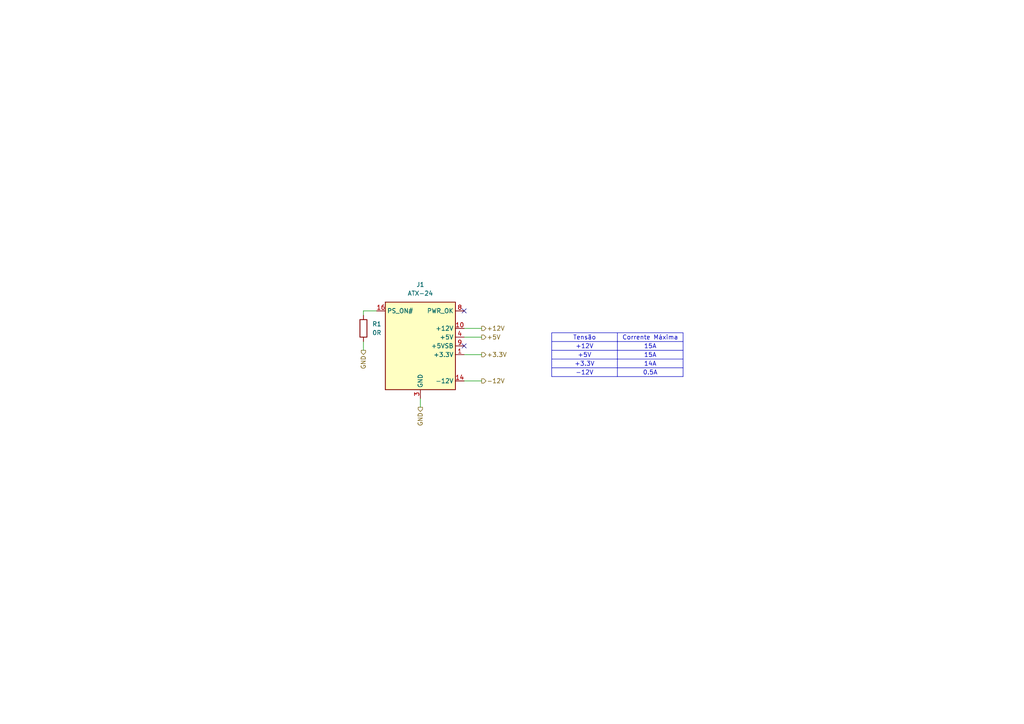
<source format=kicad_sch>
(kicad_sch (version 20250114) (generator "eeschema") (generator_version "9.0")
  (paper "A4")
  (title_block (title "Geladinho, Power Supply") (date "2025-11-20") (rev "v1.0.0") (company "Universidade Federal Do Ceará"))
  (lib_symbols
    (symbol "Connector:ATX-24"
      (property "Reference" "J" (at -8.89 13.97 0))
      (property "Value" "ATX-24" (at 6.35 13.97 0))
      (symbol "ATX-24_0_1"
        (rectangle (start -10.16 12.7) (end 10.16 -12.7) (stroke (width 0.254)) (fill (type background)))
      )
      (symbol "ATX-24_1_1"
        (pin open_collector line (at -12.7 10.16 0) (length 2.54) (name "PS_ON#") (number "16"))
        (pin no_connect line (at -10.16 0 0) (length 2.54) (hide yes) (name "NC") (number "20"))
        (pin passive line (at 0 -15.24 90) (length 2.54) (hide yes) (name "GND") (number "15"))
        (pin passive line (at 0 -15.24 90) (length 2.54) (hide yes) (name "GND") (number "17"))
        (pin passive line (at 0 -15.24 90) (length 2.54) (hide yes) (name "GND") (number "18"))
        (pin passive line (at 0 -15.24 90) (length 2.54) (hide yes) (name "GND") (number "19"))
        (pin passive line (at 0 -15.24 90) (length 2.54) (hide yes) (name "GND") (number "24"))
        (pin power_out line (at 0 -15.24 90) (length 2.54) (name "GND") (number "3"))
        (pin passive line (at 0 -15.24 90) (length 2.54) (hide yes) (name "GND") (number "5"))
        (pin passive line (at 0 -15.24 90) (length 2.54) (hide yes) (name "GND") (number "7"))
        (pin output line (at 12.7 10.16 180) (length 2.54) (name "PWR_OK") (number "8"))
        (pin power_out line (at 12.7 5.08 180) (length 2.54) (name "+12V") (number "10"))
        (pin passive line (at 12.7 5.08 180) (length 2.54) (hide yes) (name "+12V") (number "11"))
        (pin passive line (at 12.7 2.54 180) (length 2.54) (hide yes) (name "+5V") (number "21"))
        (pin passive line (at 12.7 2.54 180) (length 2.54) (hide yes) (name "+5V") (number "22"))
        (pin passive line (at 12.7 2.54 180) (length 2.54) (hide yes) (name "+5V") (number "23"))
        (pin power_out line (at 12.7 2.54 180) (length 2.54) (name "+5V") (number "4"))
        (pin passive line (at 12.7 2.54 180) (length 2.54) (hide yes) (name "+5V") (number "6"))
        (pin power_out line (at 12.7 0 180) (length 2.54) (name "+5VSB") (number "9"))
        (pin power_out line (at 12.7 -2.54 180) (length 2.54) (name "+3.3V") (number "1"))
        (pin passive line (at 12.7 -2.54 180) (length 2.54) (hide yes) (name "+3.3V") (number "12"))
        (pin passive line (at 12.7 -2.54 180) (length 2.54) (hide yes) (name "+3.3V") (number "13"))
        (pin passive line (at 12.7 -2.54 180) (length 2.54) (hide yes) (name "+3.3V") (number "2"))
        (pin power_out line (at 12.7 -10.16 180) (length 2.54) (name "-12V") (number "14"))
      )
    )
    (symbol "Device:R" (pin_numbers (hide yes)) (pin_names (offset 0))
      (property "Reference" "R" (at 2.032 0 90))
      (property "Value" "R" (at 0 0 90))
      (symbol "R_0_1"
        (rectangle (start -1.016 -2.54) (end 1.016 2.54) (stroke (width 0.254)))
      )
      (symbol "R_1_1"
        (pin passive line (at 0 3.81 270) (length 1.27) (name "~") (number "1"))
        (pin passive line (at 0 -3.81 90) (length 1.27) (name "~") (number "2"))
      )
    )
  )
  (no_connect (at 134.62 90.17))
  (no_connect (at 134.62 100.33))
  (wire (pts (xy 134.62 97.79) (xy 139.7 97.79)))
  (wire (pts (xy 109.22 90.17) (xy 105.41 90.17)))
  (wire (pts (xy 121.92 115.57) (xy 121.92 118.11)))
  (wire (pts (xy 134.62 102.87) (xy 139.7 102.87)))
  (wire (pts (xy 105.41 90.17) (xy 105.41 91.44)))
  (wire (pts (xy 134.62 95.25) (xy 139.7 95.25)))
  (wire (pts (xy 134.62 110.49) (xy 139.7 110.49)))
  (wire (pts (xy 105.41 99.06) (xy 105.41 101.6)))
  (table (column_count 2) (border (external yes) (header yes)) (separators (rows yes) (cols yes)) (column_widths 19.05 19.05) (row_heights 2.54 2.54 2.54 2.54 2.54) (cells (table_cell "Tensão" (at 160.02 96.52 0) (size 19.05 2.54) (margins 0.9525 0.9525 0.9525 0.9525) (span 1 1)) (table_cell "Corrente Máxima" (at 179.07 96.52 0) (size 19.05 2.54) (margins 0.9525 0.9525 0.9525 0.9525) (span 1 1)) (table_cell "+12V" (at 160.02 99.06 0) (size 19.05 2.54) (margins 0.9525 0.9525 0.9525 0.9525) (span 1 1)) (table_cell "15A" (at 179.07 99.06 0) (size 19.05 2.54) (margins 0.9525 0.9525 0.9525 0.9525) (span 1 1)) (table_cell "+5V" (at 160.02 101.6 0) (size 19.05 2.54) (margins 0.9525 0.9525 0.9525 0.9525) (span 1 1)) (table_cell "15A" (at 179.07 101.6 0) (size 19.05 2.54) (margins 0.9525 0.9525 0.9525 0.9525) (span 1 1)) (table_cell "+3.3V" (at 160.02 104.14 0) (size 19.05 2.54) (margins 0.9525 0.9525 0.9525 0.9525) (span 1 1)) (table_cell "14A" (at 179.07 104.14 0) (size 19.05 2.54) (margins 0.9525 0.9525 0.9525 0.9525) (span 1 1)) (table_cell "-12V" (at 160.02 106.68 0) (size 19.05 2.54) (margins 0.9525 0.9525 0.9525 0.9525) (span 1 1)) (table_cell "0.5A" (at 179.07 106.68 0) (size 19.05 2.54) (margins 0.9525 0.9525 0.9525 0.9525) (span 1 1))))
  (hierarchical_label "+5V" (shape output) (at 139.7 97.79 0))
  (hierarchical_label "+3.3V" (shape output) (at 139.7 102.87 0))
  (hierarchical_label "GND" (shape output) (at 105.41 101.6 270))
  (hierarchical_label "GND" (shape output) (at 121.92 118.11 270))
  (hierarchical_label "+12V" (shape output) (at 139.7 95.25 0))
  (hierarchical_label "-12V" (shape output) (at 139.7 110.49 0))
  (symbol (lib_id "Device:R") (at 105.41 95.25 0) (unit 1)
    (property "Reference" "R1" (at 107.95 93.9799 0) (effects (justify left)))
    (property "Value" "0R" (at 107.95 96.5199 0) (effects (justify left)))
    (property "Description" "Resistor" (effects (hide yes)))
  )
  (symbol (lib_id "Connector:ATX-24") (at 121.92 100.33 0) (unit 1)
    (property "Reference" "J1" (at 121.92 82.55 0))
    (property "Value" "ATX-24" (at 121.92 85.09 0))
    (property "Datasheet" "https://www.intel.com/content/dam/www/public/us/en/documents/guides/power-supply-design-guide-june.pdf#page=33" (effects (hide yes)))
    (property "Description" "ATX Power supply 24pins" (effects (hide yes)))
  )
)
</source>
